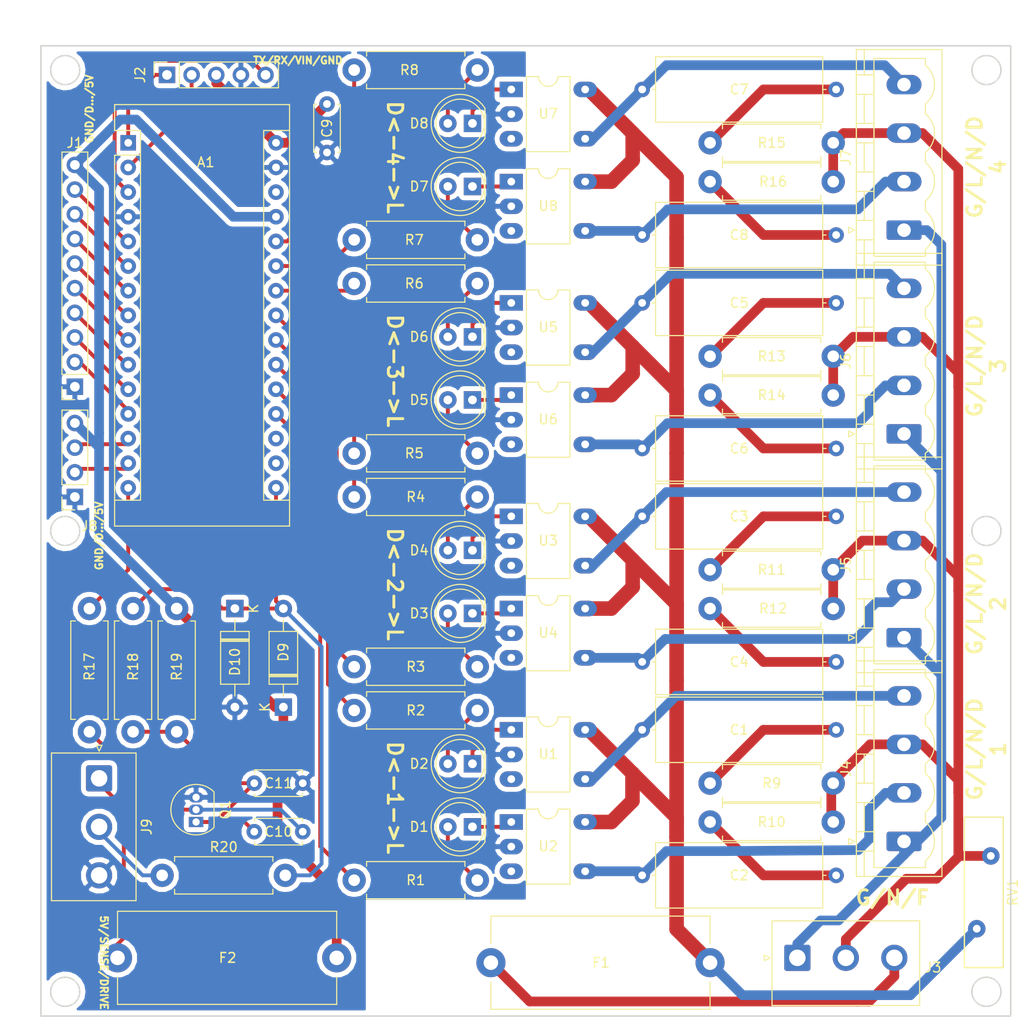
<source format=kicad_pcb>
(kicad_pcb (version 20171130) (host pcbnew 5.0.1)
  (layers (0 F.Cu signal) (31 B.Cu signal) (34 B.Paste user) (35 F.Paste user) (36 B.SilkS user) (37 F.SilkS user) (38 B.Mask user) (39 F.Mask user) (44 Edge.Cuts user))
  (net 0 "")
  (net 1 "Net-(A1-Pad1)")
  (net 2 "Net-(A1-Pad17)")
  (net 3 "Net-(A1-Pad2)")
  (net 4 "Net-(A1-Pad18)")
  (net 5 "Net-(A1-Pad3)")
  (net 6 "Net-(A1-Pad19)")
  (net 7 "Net-(A1-Pad29)")
  (net 8 "Net-(A1-Pad20)")
  (net 9 "Net-(A1-Pad5)")
  (net 10 "Net-(A1-Pad21)")
  (net 11 "Net-(A1-Pad6)")
  (net 12 "Net-(A1-Pad22)")
  (net 13 "Net-(A1-Pad7)")
  (net 14 "Net-(A1-Pad23)")
  (net 15 "Net-(A1-Pad8)")
  (net 16 "Net-(A1-Pad24)")
  (net 17 "Net-(A1-Pad9)")
  (net 18 "Net-(A1-Pad25)")
  (net 19 "Net-(A1-Pad10)")
  (net 20 "Net-(A1-Pad26)")
  (net 21 "Net-(A1-Pad11)")
  (net 22 "Net-(A1-Pad27)")
  (net 23 "Net-(A1-Pad12)")
  (net 24 "Net-(A1-Pad28)")
  (net 25 "Net-(A1-Pad13)")
  (net 26 "Net-(A1-Pad14)")
  (net 27 "Net-(A1-Pad30)")
  (net 28 "Net-(A1-Pad15)")
  (net 29 "Net-(A1-Pad16)")
  (net 30 "Net-(C1-Pad2)")
  (net 31 "Net-(C1-Pad1)")
  (net 32 "Net-(C2-Pad1)")
  (net 33 "Net-(C2-Pad2)")
  (net 34 "Net-(C3-Pad2)")
  (net 35 "Net-(C3-Pad1)")
  (net 36 "Net-(C4-Pad2)")
  (net 37 "Net-(C4-Pad1)")
  (net 38 "Net-(C5-Pad1)")
  (net 39 "Net-(C5-Pad2)")
  (net 40 "Net-(C6-Pad2)")
  (net 41 "Net-(C6-Pad1)")
  (net 42 "Net-(C7-Pad1)")
  (net 43 "Net-(C7-Pad2)")
  (net 44 "Net-(C8-Pad1)")
  (net 45 "Net-(C8-Pad2)")
  (net 46 "Net-(C10-Pad1)")
  (net 47 "Net-(C10-Pad2)")
  (net 48 "Net-(D1-Pad1)")
  (net 49 "Net-(D1-Pad2)")
  (net 50 "Net-(D2-Pad2)")
  (net 51 "Net-(D2-Pad1)")
  (net 52 "Net-(D3-Pad2)")
  (net 53 "Net-(D3-Pad1)")
  (net 54 "Net-(D4-Pad1)")
  (net 55 "Net-(D4-Pad2)")
  (net 56 "Net-(D5-Pad1)")
  (net 57 "Net-(D5-Pad2)")
  (net 58 "Net-(D6-Pad2)")
  (net 59 "Net-(D6-Pad1)")
  (net 60 "Net-(D7-Pad1)")
  (net 61 "Net-(D7-Pad2)")
  (net 62 "Net-(D8-Pad2)")
  (net 63 "Net-(D8-Pad1)")
  (net 64 "Net-(F1-Pad2)")
  (net 65 "Net-(F1-Pad1)")
  (net 66 "Net-(F2-Pad2)")
  (net 67 "Net-(J3-Pad1)")
  (net 68 "Net-(J3-Pad2)")
  (net 69 "Net-(J9-Pad2)")
  (module Connector_Phoenix_MSTB:PhoenixContact_MSTBVA_2,5_4-G_1x04_P5.00mm_Vertical (layer F.Cu) (at 179 74 90)
    (fp_text reference J7 (at 7.5 -6 90) (layer F.SilkS))
    (fp_text value Conn_01x04_Male)
    (pad 4 thru_hole oval (at 15 0 90) (size 2 3.6) (drill 1.4) (layers *.Cu *.Mask) (net 43 "Net-(C7-Pad2)"))
    (pad 3 thru_hole oval (at 10 0 90) (size 2 3.6) (drill 1.4) (layers *.Cu *.Mask) (net 68 "Net-(J3-Pad2)"))
    (pad 2 thru_hole oval (at 5 0 90) (size 2 3.6) (drill 1.4) (layers *.Cu *.Mask) (net 45 "Net-(C8-Pad2)"))
    (pad 1 thru_hole roundrect (at 0 0 90) (size 2 3.6) (drill 1.4) (layers *.Cu *.Mask) (roundrect_rratio 0.125) (net 67 "Net-(J3-Pad1)"))
  )
  (module Connector_Phoenix_MSTB:PhoenixContact_MSTBVA_2,5_4-G_1x04_P5.00mm_Vertical (layer F.Cu) (at 179 95 90)
    (fp_text reference J6 (at 7.5 -6 90) (layer F.SilkS))
    (fp_text value Conn_01x04_Male)
    (pad 1 thru_hole roundrect (at 0 0 90) (size 2 3.6) (drill 1.4) (layers *.Cu *.Mask) (roundrect_rratio 0.125) (net 67 "Net-(J3-Pad1)"))
    (pad 2 thru_hole oval (at 5 0 90) (size 2 3.6) (drill 1.4) (layers *.Cu *.Mask) (net 40 "Net-(C6-Pad2)"))
    (pad 3 thru_hole oval (at 10 0 90) (size 2 3.6) (drill 1.4) (layers *.Cu *.Mask) (net 68 "Net-(J3-Pad2)"))
    (pad 4 thru_hole oval (at 15 0 90) (size 2 3.6) (drill 1.4) (layers *.Cu *.Mask) (net 39 "Net-(C5-Pad2)"))
  )
  (module Connector_Phoenix_MSTB:PhoenixContact_MSTBVA_2,5_4-G_1x04_P5.00mm_Vertical (layer F.Cu) (at 179 116 90)
    (fp_text reference J5 (at 7.5 -6 90) (layer F.SilkS))
    (fp_text value Conn_01x04_Male)
    (pad 4 thru_hole oval (at 15 0 90) (size 2 3.6) (drill 1.4) (layers *.Cu *.Mask) (net 34 "Net-(C3-Pad2)"))
    (pad 3 thru_hole oval (at 10 0 90) (size 2 3.6) (drill 1.4) (layers *.Cu *.Mask) (net 68 "Net-(J3-Pad2)"))
    (pad 2 thru_hole oval (at 5 0 90) (size 2 3.6) (drill 1.4) (layers *.Cu *.Mask) (net 36 "Net-(C4-Pad2)"))
    (pad 1 thru_hole roundrect (at 0 0 90) (size 2 3.6) (drill 1.4) (layers *.Cu *.Mask) (roundrect_rratio 0.125) (net 67 "Net-(J3-Pad1)"))
  )
  (module Connector_Phoenix_MSTB:PhoenixContact_MSTBVA_2,5_4-G_1x04_P5.00mm_Vertical (layer F.Cu) (at 179 137 90)
    (fp_text reference J4 (at 7.5 -6 90) (layer F.SilkS))
    (fp_text value Conn_01x04_Male)
    (pad 1 thru_hole roundrect (at 0 0 90) (size 2 3.6) (drill 1.4) (layers *.Cu *.Mask) (roundrect_rratio 0.125) (net 67 "Net-(J3-Pad1)"))
    (pad 2 thru_hole oval (at 5 0 90) (size 2 3.6) (drill 1.4) (layers *.Cu *.Mask) (net 33 "Net-(C2-Pad2)"))
    (pad 3 thru_hole oval (at 10 0 90) (size 2 3.6) (drill 1.4) (layers *.Cu *.Mask) (net 68 "Net-(J3-Pad2)"))
    (pad 4 thru_hole oval (at 15 0 90) (size 2 3.6) (drill 1.4) (layers *.Cu *.Mask) (net 30 "Net-(C1-Pad2)"))
  )
  (module Connector_PinSocket_2.54mm:PinSocket_1x05_P2.54mm_Vertical (layer F.Cu) (at 103 58 90)
    (fp_text reference J2 (at 0 -2.77 90) (layer F.SilkS))
    (fp_text value Conn_01x05_Female)
    (pad 1 thru_hole rect (at 0 0 90) (size 1.7 1.7) (drill 1) (layers *.Cu *.Mask) (net 1 "Net-(A1-Pad1)"))
    (pad 2 thru_hole oval (at 0 2.54 90) (size 1.7 1.7) (drill 1) (layers *.Cu *.Mask) (net 3 "Net-(A1-Pad2)"))
    (pad 3 thru_hole oval (at 0 5.08 90) (size 1.7 1.7) (drill 1) (layers *.Cu *.Mask) (net 27 "Net-(A1-Pad30)"))
    (pad 4 thru_hole oval (at 0 7.62 90) (size 1.7 1.7) (drill 1) (layers *.Cu *.Mask) (net 7 "Net-(A1-Pad29)"))
    (pad 5 thru_hole oval (at 0 10.16 90) (size 1.7 1.7) (drill 1) (layers *.Cu *.Mask) (net 5 "Net-(A1-Pad3)"))
  )
  (module Capacitor_THT:C_Axial_L17.0mm_D6.5mm_P20.00mm_Horizontal (layer F.Cu) (at 172 125.5 180)
    (fp_text reference C1 (at 10 0 180) (layer F.SilkS))
    (fp_text value C)
    (pad 2 thru_hole oval (at 20 0 180) (size 1.6 1.6) (drill 0.8) (layers *.Cu *.Mask) (net 30 "Net-(C1-Pad2)"))
    (pad 1 thru_hole circle (at 0 0 180) (size 1.6 1.6) (drill 0.8) (layers *.Cu *.Mask) (net 31 "Net-(C1-Pad1)"))
  )
  (module optocupler:DIP-5-6_W7.62mm_LongPads (layer F.Cu) (at 138.5 59.5)
    (fp_text reference U7 (at 3.81 2.5) (layer F.SilkS))
    (fp_text value NSL-32)
    (pad 1 thru_hole rect (at 0 0) (size 2.4 1.6) (drill 0.8) (layers *.Cu *.Mask) (net 63 "Net-(D8-Pad1)"))
    (pad 4 thru_hole oval (at 7.62 5.08) (size 2.4 1.6) (drill 0.8) (layers *.Cu *.Mask) (net 43 "Net-(C7-Pad2)"))
    (pad 2 thru_hole oval (at 0 2.54) (size 2.4 1.6) (drill 0.8) (layers *.Cu *.Mask) (net 7 "Net-(A1-Pad29)"))
    (pad 5 thru_hole oval (at 0 5.08) (size 2.4 1.6) (drill 0.8) (layers *.Cu *.Mask))
    (pad 3 thru_hole oval (at 7.62 0) (size 2.4 1.6) (drill 0.8) (layers *.Cu *.Mask) (net 65 "Net-(F1-Pad1)"))
  )
  (module Resistor_THT:R_Axial_DIN0411_L9.9mm_D3.6mm_P12.70mm_Horizontal (layer F.Cu) (at 171.7 113 180)
    (fp_text reference R12 (at 6.2 0 180) (layer F.SilkS))
    (fp_text value R)
    (pad 2 thru_hole oval (at 12.7 0 180) (size 2.4 2.4) (drill 1.2) (layers *.Cu *.Mask) (net 37 "Net-(C4-Pad1)"))
    (pad 1 thru_hole circle (at 0 0 180) (size 2.4 2.4) (drill 1.2) (layers *.Cu *.Mask) (net 68 "Net-(J3-Pad2)"))
  )
  (module Resistor_THT:R_Axial_DIN0411_L9.9mm_D3.6mm_P12.70mm_Horizontal (layer F.Cu) (at 171.7 87 180)
    (fp_text reference R13 (at 6.35 0 180) (layer F.SilkS))
    (fp_text value R)
    (pad 2 thru_hole oval (at 12.7 0 180) (size 2.4 2.4) (drill 1.2) (layers *.Cu *.Mask) (net 38 "Net-(C5-Pad1)"))
    (pad 1 thru_hole circle (at 0 0 180) (size 2.4 2.4) (drill 1.2) (layers *.Cu *.Mask) (net 68 "Net-(J3-Pad2)"))
  )
  (module Resistor_THT:R_Axial_DIN0411_L9.9mm_D3.6mm_P12.70mm_Horizontal (layer F.Cu) (at 171.7 91 180)
    (fp_text reference R14 (at 6.35 0 180) (layer F.SilkS))
    (fp_text value R)
    (pad 1 thru_hole circle (at 0 0 180) (size 2.4 2.4) (drill 1.2) (layers *.Cu *.Mask) (net 68 "Net-(J3-Pad2)"))
    (pad 2 thru_hole oval (at 12.7 0 180) (size 2.4 2.4) (drill 1.2) (layers *.Cu *.Mask) (net 41 "Net-(C6-Pad1)"))
  )
  (module Resistor_THT:R_Axial_DIN0411_L9.9mm_D3.6mm_P12.70mm_Horizontal (layer F.Cu) (at 171.7 65 180)
    (fp_text reference R15 (at 6.35 0 180) (layer F.SilkS))
    (fp_text value R)
    (pad 2 thru_hole oval (at 12.7 0 180) (size 2.4 2.4) (drill 1.2) (layers *.Cu *.Mask) (net 42 "Net-(C7-Pad1)"))
    (pad 1 thru_hole circle (at 0 0 180) (size 2.4 2.4) (drill 1.2) (layers *.Cu *.Mask) (net 68 "Net-(J3-Pad2)"))
  )
  (module Resistor_THT:R_Axial_DIN0411_L9.9mm_D3.6mm_P12.70mm_Horizontal (layer F.Cu) (at 171.7 69 180)
    (fp_text reference R16 (at 6.2 0 180) (layer F.SilkS))
    (fp_text value R)
    (pad 1 thru_hole circle (at 0 0 180) (size 2.4 2.4) (drill 1.2) (layers *.Cu *.Mask) (net 68 "Net-(J3-Pad2)"))
    (pad 2 thru_hole oval (at 12.7 0 180) (size 2.4 2.4) (drill 1.2) (layers *.Cu *.Mask) (net 44 "Net-(C8-Pad1)"))
  )
  (module Varistor:RV_Disc_D15.5mm_W4mm_P7.5mm (layer F.Cu) (at 186.5 146 90)
    (fp_text reference RV1 (at 3.75 3.725 90) (layer F.SilkS))
    (fp_text value Varistor)
    (pad 1 thru_hole circle (at 0 0 90) (size 1.8 1.8) (drill 0.8) (layers *.Cu *.Mask) (net 65 "Net-(F1-Pad1)"))
    (pad 2 thru_hole circle (at 7.5 1.45 90) (size 1.8 1.8) (drill 0.8) (layers *.Cu *.Mask) (net 68 "Net-(J3-Pad2)"))
  )
  (module Capacitor_THT:C_Axial_L17.0mm_D6.5mm_P20.00mm_Horizontal (layer F.Cu) (at 172 103.5 180)
    (fp_text reference C3 (at 10 0 180) (layer F.SilkS))
    (fp_text value C)
    (pad 2 thru_hole oval (at 20 0 180) (size 1.6 1.6) (drill 0.8) (layers *.Cu *.Mask) (net 34 "Net-(C3-Pad2)"))
    (pad 1 thru_hole circle (at 0 0 180) (size 1.6 1.6) (drill 0.8) (layers *.Cu *.Mask) (net 35 "Net-(C3-Pad1)"))
  )
  (module Capacitor_THT:C_Axial_L17.0mm_D6.5mm_P20.00mm_Horizontal (layer F.Cu) (at 172 81.5 180)
    (fp_text reference C5 (at 10 0 180) (layer F.SilkS))
    (fp_text value C)
    (pad 1 thru_hole circle (at 0 0 180) (size 1.6 1.6) (drill 0.8) (layers *.Cu *.Mask) (net 38 "Net-(C5-Pad1)"))
    (pad 2 thru_hole oval (at 20 0 180) (size 1.6 1.6) (drill 0.8) (layers *.Cu *.Mask) (net 39 "Net-(C5-Pad2)"))
  )
  (module Capacitor_THT:C_Axial_L17.0mm_D6.5mm_P20.00mm_Horizontal (layer F.Cu) (at 172 59.5 180)
    (fp_text reference C7 (at 10 0 180) (layer F.SilkS))
    (fp_text value C)
    (pad 1 thru_hole circle (at 0 0 180) (size 1.6 1.6) (drill 0.8) (layers *.Cu *.Mask) (net 42 "Net-(C7-Pad1)"))
    (pad 2 thru_hole oval (at 20 0 180) (size 1.6 1.6) (drill 0.8) (layers *.Cu *.Mask) (net 43 "Net-(C7-Pad2)"))
  )
  (module Connector_JST:JST_NV_B03P-NV_1x03_P5.00mm_Vertical (layer F.Cu) (at 168 149)
    (fp_text reference J3 (at 14 1) (layer F.SilkS))
    (fp_text value Conn_01x03_Female)
    (pad 1 thru_hole roundrect (at 0 0) (size 2.7 2.7) (drill 1.7) (layers *.Cu *.Mask) (roundrect_rratio 0.09259299999999999) (net 67 "Net-(J3-Pad1)"))
    (pad 2 thru_hole circle (at 5 0) (size 2.7 2.7) (drill 1.7) (layers *.Cu *.Mask) (net 68 "Net-(J3-Pad2)"))
    (pad 3 thru_hole circle (at 10 0) (size 2.7 2.7) (drill 1.7) (layers *.Cu *.Mask) (net 64 "Net-(F1-Pad2)"))
  )
  (module Capacitor_THT:C_Axial_L17.0mm_D6.5mm_P20.00mm_Horizontal (layer F.Cu) (at 172 96.5 180)
    (fp_text reference C6 (at 10 0 180) (layer F.SilkS))
    (fp_text value C)
    (pad 2 thru_hole oval (at 20 0 180) (size 1.6 1.6) (drill 0.8) (layers *.Cu *.Mask) (net 40 "Net-(C6-Pad2)"))
    (pad 1 thru_hole circle (at 0 0 180) (size 1.6 1.6) (drill 0.8) (layers *.Cu *.Mask) (net 41 "Net-(C6-Pad1)"))
  )
  (module Capacitor_THT:C_Axial_L17.0mm_D6.5mm_P20.00mm_Horizontal (layer F.Cu) (at 172 74.5 180)
    (fp_text reference C8 (at 10 0 180) (layer F.SilkS))
    (fp_text value C)
    (pad 1 thru_hole circle (at 0 0 180) (size 1.6 1.6) (drill 0.8) (layers *.Cu *.Mask) (net 44 "Net-(C8-Pad1)"))
    (pad 2 thru_hole oval (at 20 0 180) (size 1.6 1.6) (drill 0.8) (layers *.Cu *.Mask) (net 45 "Net-(C8-Pad2)"))
  )
  (module Capacitor_THT:C_Axial_L17.0mm_D6.5mm_P20.00mm_Horizontal (layer F.Cu) (at 172 118.5 180)
    (fp_text reference C4 (at 10 0 180) (layer F.SilkS))
    (fp_text value C)
    (pad 2 thru_hole oval (at 20 0 180) (size 1.6 1.6) (drill 0.8) (layers *.Cu *.Mask) (net 36 "Net-(C4-Pad2)"))
    (pad 1 thru_hole circle (at 0 0 180) (size 1.6 1.6) (drill 0.8) (layers *.Cu *.Mask) (net 37 "Net-(C4-Pad1)"))
  )
  (module Capacitor_THT:C_Axial_L17.0mm_D6.5mm_P20.00mm_Horizontal (layer F.Cu) (at 172 140.5 180)
    (fp_text reference C2 (at 10 0 180) (layer F.SilkS))
    (fp_text value C)
    (pad 1 thru_hole circle (at 0 0 180) (size 1.6 1.6) (drill 0.8) (layers *.Cu *.Mask) (net 32 "Net-(C2-Pad1)"))
    (pad 2 thru_hole oval (at 20 0 180) (size 1.6 1.6) (drill 0.8) (layers *.Cu *.Mask) (net 33 "Net-(C2-Pad2)"))
  )
  (module Resistor_THT:R_Axial_DIN0411_L9.9mm_D3.6mm_P12.70mm_Horizontal (layer F.Cu) (at 171.7 131 180)
    (fp_text reference R9 (at 6.35 0 180) (layer F.SilkS))
    (fp_text value R)
    (pad 1 thru_hole circle (at 0 0 180) (size 2.4 2.4) (drill 1.2) (layers *.Cu *.Mask) (net 68 "Net-(J3-Pad2)"))
    (pad 2 thru_hole oval (at 12.7 0 180) (size 2.4 2.4) (drill 1.2) (layers *.Cu *.Mask) (net 31 "Net-(C1-Pad1)"))
  )
  (module Resistor_THT:R_Axial_DIN0411_L9.9mm_D3.6mm_P12.70mm_Horizontal (layer F.Cu) (at 171.7 135 180)
    (fp_text reference R10 (at 6.35 0 180) (layer F.SilkS))
    (fp_text value R)
    (pad 1 thru_hole circle (at 0 0 180) (size 2.4 2.4) (drill 1.2) (layers *.Cu *.Mask) (net 68 "Net-(J3-Pad2)"))
    (pad 2 thru_hole oval (at 12.7 0 180) (size 2.4 2.4) (drill 1.2) (layers *.Cu *.Mask) (net 32 "Net-(C2-Pad1)"))
  )
  (module Resistor_THT:R_Axial_DIN0411_L9.9mm_D3.6mm_P12.70mm_Horizontal (layer F.Cu) (at 171.7 109 180)
    (fp_text reference R11 (at 6.35 0 180) (layer F.SilkS))
    (fp_text value R)
    (pad 1 thru_hole circle (at 0 0 180) (size 2.4 2.4) (drill 1.2) (layers *.Cu *.Mask) (net 68 "Net-(J3-Pad2)"))
    (pad 2 thru_hole oval (at 12.7 0 180) (size 2.4 2.4) (drill 1.2) (layers *.Cu *.Mask) (net 35 "Net-(C3-Pad1)"))
  )
  (module Connector_PinSocket_2.54mm:PinSocket_1x04_P2.54mm_Vertical (layer F.Cu) (at 93.5 101.5 180)
    (fp_text reference J8 (at -1.5 -3 180) (layer F.SilkS))
    (fp_text value Conn_01x04_Female)
    (pad 1 thru_hole rect (at 0 0 180) (size 1.7 1.7) (drill 1) (layers *.Cu *.Mask) (net 7 "Net-(A1-Pad29)"))
    (pad 2 thru_hole oval (at 0 2.54 180) (size 1.7 1.7) (drill 1) (layers *.Cu *.Mask) (net 26 "Net-(A1-Pad14)"))
    (pad 3 thru_hole oval (at 0 5.08 180) (size 1.7 1.7) (drill 1) (layers *.Cu *.Mask) (net 25 "Net-(A1-Pad13)"))
    (pad 4 thru_hole oval (at 0 7.62 180) (size 1.7 1.7) (drill 1) (layers *.Cu *.Mask) (net 22 "Net-(A1-Pad27)"))
  )
  (module Connector_PinSocket_2.54mm:PinSocket_1x10_P2.54mm_Vertical (layer F.Cu) (at 93.5 90.14 180)
    (fp_text reference J1 (at 0 25.14 180) (layer F.SilkS))
    (fp_text value Conn_01x10_Female)
    (pad 1 thru_hole rect (at 0 0 180) (size 1.7 1.7) (drill 1) (layers *.Cu *.Mask) (net 7 "Net-(A1-Pad29)"))
    (pad 2 thru_hole oval (at 0 2.54 180) (size 1.7 1.7) (drill 1) (layers *.Cu *.Mask) (net 23 "Net-(A1-Pad12)"))
    (pad 3 thru_hole oval (at 0 5.08 180) (size 1.7 1.7) (drill 1) (layers *.Cu *.Mask) (net 21 "Net-(A1-Pad11)"))
    (pad 4 thru_hole oval (at 0 7.62 180) (size 1.7 1.7) (drill 1) (layers *.Cu *.Mask) (net 19 "Net-(A1-Pad10)"))
    (pad 5 thru_hole oval (at 0 10.16 180) (size 1.7 1.7) (drill 1) (layers *.Cu *.Mask) (net 17 "Net-(A1-Pad9)"))
    (pad 6 thru_hole oval (at 0 12.7 180) (size 1.7 1.7) (drill 1) (layers *.Cu *.Mask) (net 15 "Net-(A1-Pad8)"))
    (pad 7 thru_hole oval (at 0 15.24 180) (size 1.7 1.7) (drill 1) (layers *.Cu *.Mask) (net 13 "Net-(A1-Pad7)"))
    (pad 8 thru_hole oval (at 0 17.78 180) (size 1.7 1.7) (drill 1) (layers *.Cu *.Mask) (net 11 "Net-(A1-Pad6)"))
    (pad 9 thru_hole oval (at 0 20.32 180) (size 1.7 1.7) (drill 1) (layers *.Cu *.Mask) (net 9 "Net-(A1-Pad5)"))
    (pad 10 thru_hole oval (at 0 22.86 180) (size 1.7 1.7) (drill 1) (layers *.Cu *.Mask) (net 22 "Net-(A1-Pad27)"))
  )
  (module Resistor_THT:R_Axial_DIN0411_L9.9mm_D3.6mm_P12.70mm_Horizontal (layer F.Cu) (at 102.5 140.5)
    (fp_text reference R20 (at 6.35 -2.92) (layer F.SilkS))
    (fp_text value R)
    (pad 1 thru_hole circle (at 0 0) (size 2.4 2.4) (drill 1.2) (layers *.Cu *.Mask) (net 69 "Net-(J9-Pad2)"))
    (pad 2 thru_hole oval (at 12.7 0) (size 2.4 2.4) (drill 1.2) (layers *.Cu *.Mask) (net 29 "Net-(A1-Pad16)"))
  )
  (module Module:Arduino_Nano (layer F.Cu) (at 99 65)
    (fp_text reference A1 (at 8 2) (layer F.SilkS))
    (fp_text value Arduino_Nano_v3.x)
    (pad 1 thru_hole rect (at 0 0) (size 1.6 1.6) (drill 0.8) (layers *.Cu *.Mask) (net 1 "Net-(A1-Pad1)"))
    (pad 17 thru_hole oval (at 15.24 33.02) (size 1.6 1.6) (drill 0.8) (layers *.Cu *.Mask) (net 2 "Net-(A1-Pad17)"))
    (pad 2 thru_hole oval (at 0 2.54) (size 1.6 1.6) (drill 0.8) (layers *.Cu *.Mask) (net 3 "Net-(A1-Pad2)"))
    (pad 18 thru_hole oval (at 15.24 30.48) (size 1.6 1.6) (drill 0.8) (layers *.Cu *.Mask) (net 4 "Net-(A1-Pad18)"))
    (pad 3 thru_hole oval (at 0 5.08) (size 1.6 1.6) (drill 0.8) (layers *.Cu *.Mask) (net 5 "Net-(A1-Pad3)"))
    (pad 19 thru_hole oval (at 15.24 27.94) (size 1.6 1.6) (drill 0.8) (layers *.Cu *.Mask) (net 6 "Net-(A1-Pad19)"))
    (pad 4 thru_hole oval (at 0 7.62) (size 1.6 1.6) (drill 0.8) (layers *.Cu *.Mask) (net 7 "Net-(A1-Pad29)"))
    (pad 20 thru_hole oval (at 15.24 25.4) (size 1.6 1.6) (drill 0.8) (layers *.Cu *.Mask) (net 8 "Net-(A1-Pad20)"))
    (pad 5 thru_hole oval (at 0 10.16) (size 1.6 1.6) (drill 0.8) (layers *.Cu *.Mask) (net 9 "Net-(A1-Pad5)"))
    (pad 21 thru_hole oval (at 15.24 22.86) (size 1.6 1.6) (drill 0.8) (layers *.Cu *.Mask) (net 10 "Net-(A1-Pad21)"))
    (pad 6 thru_hole oval (at 0 12.7) (size 1.6 1.6) (drill 0.8) (layers *.Cu *.Mask) (net 11 "Net-(A1-Pad6)"))
    (pad 22 thru_hole oval (at 15.24 20.32) (size 1.6 1.6) (drill 0.8) (layers *.Cu *.Mask) (net 12 "Net-(A1-Pad22)"))
    (pad 7 thru_hole oval (at 0 15.24) (size 1.6 1.6) (drill 0.8) (layers *.Cu *.Mask) (net 13 "Net-(A1-Pad7)"))
    (pad 23 thru_hole oval (at 15.24 17.78) (size 1.6 1.6) (drill 0.8) (layers *.Cu *.Mask) (net 14 "Net-(A1-Pad23)"))
    (pad 8 thru_hole oval (at 0 17.78) (size 1.6 1.6) (drill 0.8) (layers *.Cu *.Mask) (net 15 "Net-(A1-Pad8)"))
    (pad 24 thru_hole oval (at 15.24 15.24) (size 1.6 1.6) (drill 0.8) (layers *.Cu *.Mask) (net 16 "Net-(A1-Pad24)"))
    (pad 9 thru_hole oval (at 0 20.32) (size 1.6 1.6) (drill 0.8) (layers *.Cu *.Mask) (net 17 "Net-(A1-Pad9)"))
    (pad 25 thru_hole oval (at 15.24 12.7) (size 1.6 1.6) (drill 0.8) (layers *.Cu *.Mask) (net 18 "Net-(A1-Pad25)"))
    (pad 10 thru_hole oval (at 0 22.86) (size 1.6 1.6) (drill 0.8) (layers *.Cu *.Mask) (net 19 "Net-(A1-Pad10)"))
    (pad 26 thru_hole oval (at 15.24 10.16) (size 1.6 1.6) (drill 0.8) (layers *.Cu *.Mask) (net 20 "Net-(A1-Pad26)"))
    (pad 11 thru_hole oval (at 0 25.4) (size 1.6 1.6) (drill 0.8) (layers *.Cu *.Mask) (net 21 "Net-(A1-Pad11)"))
    (pad 27 thru_hole oval (at 15.24 7.62) (size 1.6 1.6) (drill 0.8) (layers *.Cu *.Mask) (net 22 "Net-(A1-Pad27)"))
    (pad 12 thru_hole oval (at 0 27.94) (size 1.6 1.6) (drill 0.8) (layers *.Cu *.Mask) (net 23 "Net-(A1-Pad12)"))
    (pad 28 thru_hole oval (at 15.24 5.08) (size 1.6 1.6) (drill 0.8) (layers *.Cu *.Mask) (net 24 "Net-(A1-Pad28)"))
    (pad 13 thru_hole oval (at 0 30.48) (size 1.6 1.6) (drill 0.8) (layers *.Cu *.Mask) (net 25 "Net-(A1-Pad13)"))
    (pad 29 thru_hole oval (at 15.24 2.54) (size 1.6 1.6) (drill 0.8) (layers *.Cu *.Mask) (net 7 "Net-(A1-Pad29)"))
    (pad 14 thru_hole oval (at 0 33.02) (size 1.6 1.6) (drill 0.8) (layers *.Cu *.Mask) (net 26 "Net-(A1-Pad14)"))
    (pad 30 thru_hole oval (at 15.24 0) (size 1.6 1.6) (drill 0.8) (layers *.Cu *.Mask) (net 27 "Net-(A1-Pad30)"))
    (pad 15 thru_hole oval (at 0 35.56) (size 1.6 1.6) (drill 0.8) (layers *.Cu *.Mask) (net 28 "Net-(A1-Pad15)"))
    (pad 16 thru_hole oval (at 15.24 35.56) (size 1.6 1.6) (drill 0.8) (layers *.Cu *.Mask) (net 29 "Net-(A1-Pad16)"))
  )
  (module optocupler:DIP-5-6_W7.62mm_LongPads (layer F.Cu) (at 138.5 125.5)
    (fp_text reference U1 (at 3.81 2.5) (layer F.SilkS))
    (fp_text value NSL-32)
    (pad 1 thru_hole rect (at 0 0) (size 2.4 1.6) (drill 0.8) (layers *.Cu *.Mask) (net 51 "Net-(D2-Pad1)"))
    (pad 4 thru_hole oval (at 7.62 5.08) (size 2.4 1.6) (drill 0.8) (layers *.Cu *.Mask) (net 30 "Net-(C1-Pad2)"))
    (pad 2 thru_hole oval (at 0 2.54) (size 2.4 1.6) (drill 0.8) (layers *.Cu *.Mask) (net 7 "Net-(A1-Pad29)"))
    (pad 5 thru_hole oval (at 0 5.08) (size 2.4 1.6) (drill 0.8) (layers *.Cu *.Mask))
    (pad 3 thru_hole oval (at 7.62 0) (size 2.4 1.6) (drill 0.8) (layers *.Cu *.Mask) (net 65 "Net-(F1-Pad1)"))
  )
  (module optocupler:DIP-5-6_W7.62mm_LongPads (layer F.Cu) (at 138.5 135)
    (fp_text reference U2 (at 3.81 2.5) (layer F.SilkS))
    (fp_text value NSL-32)
    (pad 1 thru_hole rect (at 0 0) (size 2.4 1.6) (drill 0.8) (layers *.Cu *.Mask) (net 48 "Net-(D1-Pad1)"))
    (pad 4 thru_hole oval (at 7.62 5.08) (size 2.4 1.6) (drill 0.8) (layers *.Cu *.Mask) (net 33 "Net-(C2-Pad2)"))
    (pad 2 thru_hole oval (at 0 2.54) (size 2.4 1.6) (drill 0.8) (layers *.Cu *.Mask) (net 7 "Net-(A1-Pad29)"))
    (pad 5 thru_hole oval (at 0 5.08) (size 2.4 1.6) (drill 0.8) (layers *.Cu *.Mask))
    (pad 3 thru_hole oval (at 7.62 0) (size 2.4 1.6) (drill 0.8) (layers *.Cu *.Mask) (net 65 "Net-(F1-Pad1)"))
  )
  (module optocupler:DIP-5-6_W7.62mm_LongPads (layer F.Cu) (at 138.5 103.5)
    (fp_text reference U3 (at 3.81 2.5) (layer F.SilkS))
    (fp_text value NSL-32)
    (pad 1 thru_hole rect (at 0 0) (size 2.4 1.6) (drill 0.8) (layers *.Cu *.Mask) (net 54 "Net-(D4-Pad1)"))
    (pad 4 thru_hole oval (at 7.62 5.08) (size 2.4 1.6) (drill 0.8) (layers *.Cu *.Mask) (net 34 "Net-(C3-Pad2)"))
    (pad 2 thru_hole oval (at 0 2.54) (size 2.4 1.6) (drill 0.8) (layers *.Cu *.Mask) (net 7 "Net-(A1-Pad29)"))
    (pad 5 thru_hole oval (at 0 5.08) (size 2.4 1.6) (drill 0.8) (layers *.Cu *.Mask))
    (pad 3 thru_hole oval (at 7.62 0) (size 2.4 1.6) (drill 0.8) (layers *.Cu *.Mask) (net 65 "Net-(F1-Pad1)"))
  )
  (module optocupler:DIP-5-6_W7.62mm_LongPads (layer F.Cu) (at 138.5 113)
    (fp_text reference U4 (at 3.81 2.5) (layer F.SilkS))
    (fp_text value NSL-32)
    (pad 1 thru_hole rect (at 0 0) (size 2.4 1.6) (drill 0.8) (layers *.Cu *.Mask) (net 53 "Net-(D3-Pad1)"))
    (pad 4 thru_hole oval (at 7.62 5.08) (size 2.4 1.6) (drill 0.8) (layers *.Cu *.Mask) (net 36 "Net-(C4-Pad2)"))
    (pad 2 thru_hole oval (at 0 2.54) (size 2.4 1.6) (drill 0.8) (layers *.Cu *.Mask) (net 7 "Net-(A1-Pad29)"))
    (pad 5 thru_hole oval (at 0 5.08) (size 2.4 1.6) (drill 0.8) (layers *.Cu *.Mask))
    (pad 3 thru_hole oval (at 7.62 0) (size 2.4 1.6) (drill 0.8) (layers *.Cu *.Mask) (net 65 "Net-(F1-Pad1)"))
  )
  (module optocupler:DIP-5-6_W7.62mm_LongPads (layer F.Cu) (at 138.5 81.5)
    (fp_text reference U5 (at 3.81 2.5) (layer F.SilkS))
    (fp_text value NSL-32)
    (pad 1 thru_hole rect (at 0 0) (size 2.4 1.6) (drill 0.8) (layers *.Cu *.Mask) (net 59 "Net-(D6-Pad1)"))
    (pad 4 thru_hole oval (at 7.62 5.08) (size 2.4 1.6) (drill 0.8) (layers *.Cu *.Mask) (net 39 "Net-(C5-Pad2)"))
    (pad 2 thru_hole oval (at 0 2.54) (size 2.4 1.6) (drill 0.8) (layers *.Cu *.Mask) (net 7 "Net-(A1-Pad29)"))
    (pad 5 thru_hole oval (at 0 5.08) (size 2.4 1.6) (drill 0.8) (layers *.Cu *.Mask))
    (pad 3 thru_hole oval (at 7.62 0) (size 2.4 1.6) (drill 0.8) (layers *.Cu *.Mask) (net 65 "Net-(F1-Pad1)"))
  )
  (module optocupler:DIP-5-6_W7.62mm_LongPads (layer F.Cu) (at 138.5 91)
    (fp_text reference U6 (at 3.81 2.5) (layer F.SilkS))
    (fp_text value NSL-32)
    (pad 1 thru_hole rect (at 0 0) (size 2.4 1.6) (drill 0.8) (layers *.Cu *.Mask) (net 56 "Net-(D5-Pad1)"))
    (pad 4 thru_hole oval (at 7.62 5.08) (size 2.4 1.6) (drill 0.8) (layers *.Cu *.Mask) (net 40 "Net-(C6-Pad2)"))
    (pad 2 thru_hole oval (at 0 2.54) (size 2.4 1.6) (drill 0.8) (layers *.Cu *.Mask) (net 7 "Net-(A1-Pad29)"))
    (pad 5 thru_hole oval (at 0 5.08) (size 2.4 1.6) (drill 0.8) (layers *.Cu *.Mask))
    (pad 3 thru_hole oval (at 7.62 0) (size 2.4 1.6) (drill 0.8) (layers *.Cu *.Mask) (net 65 "Net-(F1-Pad1)"))
  )
  (module optocupler:DIP-5-6_W7.62mm_LongPads (layer F.Cu) (at 138.5 69)
    (fp_text reference U8 (at 3.81 2.5) (layer F.SilkS))
    (fp_text value NSL-32)
    (pad 1 thru_hole rect (at 0 0) (size 2.4 1.6) (drill 0.8) (layers *.Cu *.Mask) (net 60 "Net-(D7-Pad1)"))
    (pad 4 thru_hole oval (at 7.62 5.08) (size 2.4 1.6) (drill 0.8) (layers *.Cu *.Mask) (net 45 "Net-(C8-Pad2)"))
    (pad 2 thru_hole oval (at 0 2.54) (size 2.4 1.6) (drill 0.8) (layers *.Cu *.Mask) (net 7 "Net-(A1-Pad29)"))
    (pad 5 thru_hole oval (at 0 5.08) (size 2.4 1.6) (drill 0.8) (layers *.Cu *.Mask))
    (pad 3 thru_hole oval (at 7.62 0) (size 2.4 1.6) (drill 0.8) (layers *.Cu *.Mask) (net 65 "Net-(F1-Pad1)"))
  )
  (module Capacitor_THT:C_Disc_D4.7mm_W2.5mm_P5.00mm (layer F.Cu) (at 119.5 66 90)
    (fp_text reference C9 (at 2.5 0 90) (layer F.SilkS))
    (fp_text value C)
    (pad 1 thru_hole circle (at 0 0 90) (size 1.6 1.6) (drill 0.8) (layers *.Cu *.Mask) (net 7 "Net-(A1-Pad29)"))
    (pad 2 thru_hole circle (at 5 0 90) (size 1.6 1.6) (drill 0.8) (layers *.Cu *.Mask) (net 27 "Net-(A1-Pad30)"))
  )
  (module Capacitor_THT:C_Disc_D4.7mm_W2.5mm_P5.00mm (layer F.Cu) (at 112 136)
    (fp_text reference C10 (at 2.5 0) (layer F.SilkS))
    (fp_text value C)
    (pad 1 thru_hole circle (at 0 0) (size 1.6 1.6) (drill 0.8) (layers *.Cu *.Mask) (net 46 "Net-(C10-Pad1)"))
    (pad 2 thru_hole circle (at 5 0) (size 1.6 1.6) (drill 0.8) (layers *.Cu *.Mask) (net 47 "Net-(C10-Pad2)"))
  )
  (module Capacitor_THT:C_Disc_D4.7mm_W2.5mm_P5.00mm (layer F.Cu) (at 112 131)
    (fp_text reference C11 (at 2.5 0) (layer F.SilkS))
    (fp_text value C)
    (pad 2 thru_hole circle (at 5 0) (size 1.6 1.6) (drill 0.8) (layers *.Cu *.Mask) (net 7 "Net-(A1-Pad29)"))
    (pad 1 thru_hole circle (at 0 0) (size 1.6 1.6) (drill 0.8) (layers *.Cu *.Mask) (net 46 "Net-(C10-Pad1)"))
  )
  (module LED_THT:LED_D5.0mm (layer F.Cu) (at 134.5 135.5 180)
    (fp_text reference D1 (at 5.5 0 180) (layer F.SilkS))
    (fp_text value LED)
    (pad 1 thru_hole rect (at 0 0 180) (size 1.8 1.8) (drill 0.9) (layers *.Cu *.Mask) (net 48 "Net-(D1-Pad1)"))
    (pad 2 thru_hole circle (at 2.54 0 180) (size 1.8 1.8) (drill 0.9) (layers *.Cu *.Mask) (net 49 "Net-(D1-Pad2)"))
  )
  (module LED_THT:LED_D5.0mm (layer F.Cu) (at 134.5 129 180)
    (fp_text reference D2 (at 5.5 0 180) (layer F.SilkS))
    (fp_text value LED)
    (pad 2 thru_hole circle (at 2.54 0 180) (size 1.8 1.8) (drill 0.9) (layers *.Cu *.Mask) (net 50 "Net-(D2-Pad2)"))
    (pad 1 thru_hole rect (at 0 0 180) (size 1.8 1.8) (drill 0.9) (layers *.Cu *.Mask) (net 51 "Net-(D2-Pad1)"))
  )
  (module LED_THT:LED_D5.0mm (layer F.Cu) (at 134.5 113.5 180)
    (fp_text reference D3 (at 5.5 0 180) (layer F.SilkS))
    (fp_text value LED)
    (pad 2 thru_hole circle (at 2.54 0 180) (size 1.8 1.8) (drill 0.9) (layers *.Cu *.Mask) (net 52 "Net-(D3-Pad2)"))
    (pad 1 thru_hole rect (at 0 0 180) (size 1.8 1.8) (drill 0.9) (layers *.Cu *.Mask) (net 53 "Net-(D3-Pad1)"))
  )
  (module LED_THT:LED_D5.0mm (layer F.Cu) (at 134.5 107 180)
    (fp_text reference D4 (at 5.5 0 180) (layer F.SilkS))
    (fp_text value LED)
    (pad 1 thru_hole rect (at 0 0 180) (size 1.8 1.8) (drill 0.9) (layers *.Cu *.Mask) (net 54 "Net-(D4-Pad1)"))
    (pad 2 thru_hole circle (at 2.54 0 180) (size 1.8 1.8) (drill 0.9) (layers *.Cu *.Mask) (net 55 "Net-(D4-Pad2)"))
  )
  (module LED_THT:LED_D5.0mm (layer F.Cu) (at 134.5 91.5 180)
    (fp_text reference D5 (at 5.5 0 180) (layer F.SilkS))
    (fp_text value LED)
    (pad 1 thru_hole rect (at 0 0 180) (size 1.8 1.8) (drill 0.9) (layers *.Cu *.Mask) (net 56 "Net-(D5-Pad1)"))
    (pad 2 thru_hole circle (at 2.54 0 180) (size 1.8 1.8) (drill 0.9) (layers *.Cu *.Mask) (net 57 "Net-(D5-Pad2)"))
  )
  (module LED_THT:LED_D5.0mm (layer F.Cu) (at 134.5 85 180)
    (fp_text reference D6 (at 5.5 0 180) (layer F.SilkS))
    (fp_text value LED)
    (pad 2 thru_hole circle (at 2.54 0 180) (size 1.8 1.8) (drill 0.9) (layers *.Cu *.Mask) (net 58 "Net-(D6-Pad2)"))
    (pad 1 thru_hole rect (at 0 0 180) (size 1.8 1.8) (drill 0.9) (layers *.Cu *.Mask) (net 59 "Net-(D6-Pad1)"))
  )
  (module LED_THT:LED_D5.0mm (layer F.Cu) (at 134.5 69.5 180)
    (fp_text reference D7 (at 5.5 0 180) (layer F.SilkS))
    (fp_text value LED)
    (pad 1 thru_hole rect (at 0 0 180) (size 1.8 1.8) (drill 0.9) (layers *.Cu *.Mask) (net 60 "Net-(D7-Pad1)"))
    (pad 2 thru_hole circle (at 2.54 0 180) (size 1.8 1.8) (drill 0.9) (layers *.Cu *.Mask) (net 61 "Net-(D7-Pad2)"))
  )
  (module LED_THT:LED_D5.0mm (layer F.Cu) (at 134.5 63 180)
    (fp_text reference D8 (at 5.5 0 180) (layer F.SilkS))
    (fp_text value LED)
    (pad 2 thru_hole circle (at 2.54 0 180) (size 1.8 1.8) (drill 0.9) (layers *.Cu *.Mask) (net 62 "Net-(D8-Pad2)"))
    (pad 1 thru_hole rect (at 0 0 180) (size 1.8 1.8) (drill 0.9) (layers *.Cu *.Mask) (net 63 "Net-(D8-Pad1)"))
  )
  (module Diode_THT:D_A-405_P10.16mm_Horizontal (layer F.Cu) (at 115 123.16 90)
    (fp_text reference D9 (at 5.66 0 90) (layer F.SilkS))
    (fp_text value D_Shockley)
    (fp_text user K (at 0 -1.9 90) (layer F.SilkS))
    (pad 1 thru_hole rect (at 0 0 90) (size 1.8 1.8) (drill 0.9) (layers *.Cu *.Mask) (net 22 "Net-(A1-Pad27)"))
    (pad 2 thru_hole oval (at 10.16 0 90) (size 1.8 1.8) (drill 0.9) (layers *.Cu *.Mask) (net 29 "Net-(A1-Pad16)"))
  )
  (module Diode_THT:D_A-405_P10.16mm_Horizontal (layer F.Cu) (at 110 113 270)
    (fp_text reference D10 (at 5.5 0 270) (layer F.SilkS))
    (fp_text value D_Shockley)
    (fp_text user K (at 0 -1.9 270) (layer F.SilkS))
    (pad 2 thru_hole oval (at 10.16 0 270) (size 1.8 1.8) (drill 0.9) (layers *.Cu *.Mask) (net 7 "Net-(A1-Pad29)"))
    (pad 1 thru_hole rect (at 0 0 270) (size 1.8 1.8) (drill 0.9) (layers *.Cu *.Mask) (net 29 "Net-(A1-Pad16)"))
  )
  (module Fuse:Fuseholder_Cylinder-5x20mm_Stelvio-Kontek_PTF78_Horizontal_Open (layer F.Cu) (at 159 149.5 180)
    (fp_text reference F1 (at 11.25 0 180) (layer F.SilkS))
    (fp_text value Fuse)
    (pad 2 thru_hole circle (at 22.6 0 180) (size 3 3) (drill 1.5) (layers *.Cu *.Mask) (net 64 "Net-(F1-Pad2)"))
    (pad 1 thru_hole circle (at 0 0 180) (size 3 3) (drill 1.5) (layers *.Cu *.Mask) (net 65 "Net-(F1-Pad1)"))
  )
  (module Fuse:Fuseholder_Cylinder-5x20mm_Stelvio-Kontek_PTF78_Horizontal_Open (layer F.Cu) (at 120.5 149 180)
    (fp_text reference F2 (at 11.25 0 180) (layer F.SilkS))
    (fp_text value Fuse)
    (pad 1 thru_hole circle (at 0 0 180) (size 3 3) (drill 1.5) (layers *.Cu *.Mask) (net 22 "Net-(A1-Pad27)"))
    (pad 2 thru_hole circle (at 22.6 0 180) (size 3 3) (drill 1.5) (layers *.Cu *.Mask) (net 66 "Net-(F2-Pad2)"))
  )
  (module Connector_JST:JST_NV_B03P-NV_1x03_P5.00mm_Vertical (layer F.Cu) (at 96 130.5 270)
    (fp_text reference J9 (at 5 -4.9 270) (layer F.SilkS))
    (fp_text value Conn_01x03_Female)
    (pad 3 thru_hole circle (at 10 0 270) (size 2.7 2.7) (drill 1.7) (layers *.Cu *.Mask) (net 7 "Net-(A1-Pad29)"))
    (pad 2 thru_hole circle (at 5 0 270) (size 2.7 2.7) (drill 1.7) (layers *.Cu *.Mask) (net 69 "Net-(J9-Pad2)"))
    (pad 1 thru_hole roundrect (at 0 0 270) (size 2.7 2.7) (drill 1.7) (layers *.Cu *.Mask) (roundrect_rratio 0.09259299999999999) (net 66 "Net-(F2-Pad2)"))
  )
  (module Package_TO_SOT_THT:TO-92_Inline (layer F.Cu) (at 106 135 90)
    (fp_text reference Q1 (at 1.27 3 90) (layer F.SilkS))
    (fp_text value BS170)
    (pad 2 thru_hole oval (at 1.27 0 90) (size 1.05 1.5) (drill 0.75) (layers *.Cu *.Mask) (net 47 "Net-(C10-Pad2)"))
    (pad 3 thru_hole oval (at 2.54 0 90) (size 1.05 1.5) (drill 0.75) (layers *.Cu *.Mask) (net 7 "Net-(A1-Pad29)"))
    (pad 1 thru_hole rect (at 0 0 90) (size 1.05 1.5) (drill 0.75) (layers *.Cu *.Mask) (net 46 "Net-(C10-Pad1)"))
  )
  (module Resistor_THT:R_Axial_DIN0411_L9.9mm_D3.6mm_P12.70mm_Horizontal (layer F.Cu) (at 135 141 180)
    (fp_text reference R1 (at 6.35 0 180) (layer F.SilkS))
    (fp_text value R)
    (pad 2 thru_hole oval (at 12.7 0 180) (size 2.4 2.4) (drill 1.2) (layers *.Cu *.Mask) (net 6 "Net-(A1-Pad19)"))
    (pad 1 thru_hole circle (at 0 0 180) (size 2.4 2.4) (drill 1.2) (layers *.Cu *.Mask) (net 49 "Net-(D1-Pad2)"))
  )
  (module Resistor_THT:R_Axial_DIN0411_L9.9mm_D3.6mm_P12.70mm_Horizontal (layer F.Cu) (at 135 123.5 180)
    (fp_text reference R2 (at 6.35 0 180) (layer F.SilkS))
    (fp_text value R)
    (pad 1 thru_hole circle (at 0 0 180) (size 2.4 2.4) (drill 1.2) (layers *.Cu *.Mask) (net 50 "Net-(D2-Pad2)"))
    (pad 2 thru_hole oval (at 12.7 0 180) (size 2.4 2.4) (drill 1.2) (layers *.Cu *.Mask) (net 8 "Net-(A1-Pad20)"))
  )
  (module Resistor_THT:R_Axial_DIN0411_L9.9mm_D3.6mm_P12.70mm_Horizontal (layer F.Cu) (at 135 119 180)
    (fp_text reference R3 (at 6.35 0 180) (layer F.SilkS))
    (fp_text value R)
    (pad 2 thru_hole oval (at 12.7 0 180) (size 2.4 2.4) (drill 1.2) (layers *.Cu *.Mask) (net 10 "Net-(A1-Pad21)"))
    (pad 1 thru_hole circle (at 0 0 180) (size 2.4 2.4) (drill 1.2) (layers *.Cu *.Mask) (net 52 "Net-(D3-Pad2)"))
  )
  (module Resistor_THT:R_Axial_DIN0411_L9.9mm_D3.6mm_P12.70mm_Horizontal (layer F.Cu) (at 135 101.5 180)
    (fp_text reference R4 (at 6.35 0 180) (layer F.SilkS))
    (fp_text value R)
    (pad 1 thru_hole circle (at 0 0 180) (size 2.4 2.4) (drill 1.2) (layers *.Cu *.Mask) (net 55 "Net-(D4-Pad2)"))
    (pad 2 thru_hole oval (at 12.7 0 180) (size 2.4 2.4) (drill 1.2) (layers *.Cu *.Mask) (net 12 "Net-(A1-Pad22)"))
  )
  (module Resistor_THT:R_Axial_DIN0411_L9.9mm_D3.6mm_P12.70mm_Horizontal (layer F.Cu) (at 135 97 180)
    (fp_text reference R5 (at 6.5 0 180) (layer F.SilkS))
    (fp_text value R)
    (pad 1 thru_hole circle (at 0 0 180) (size 2.4 2.4) (drill 1.2) (layers *.Cu *.Mask) (net 57 "Net-(D5-Pad2)"))
    (pad 2 thru_hole oval (at 12.7 0 180) (size 2.4 2.4) (drill 1.2) (layers *.Cu *.Mask) (net 14 "Net-(A1-Pad23)"))
  )
  (module Resistor_THT:R_Axial_DIN0411_L9.9mm_D3.6mm_P12.70mm_Horizontal (layer F.Cu) (at 135 79.5 180)
    (fp_text reference R6 (at 6.5 0 180) (layer F.SilkS))
    (fp_text value R)
    (pad 2 thru_hole oval (at 12.7 0 180) (size 2.4 2.4) (drill 1.2) (layers *.Cu *.Mask) (net 16 "Net-(A1-Pad24)"))
    (pad 1 thru_hole circle (at 0 0 180) (size 2.4 2.4) (drill 1.2) (layers *.Cu *.Mask) (net 58 "Net-(D6-Pad2)"))
  )
  (module Resistor_THT:R_Axial_DIN0411_L9.9mm_D3.6mm_P12.70mm_Horizontal (layer F.Cu) (at 135 75 180)
    (fp_text reference R7 (at 6.5 0 180) (layer F.SilkS))
    (fp_text value R)
    (pad 2 thru_hole oval (at 12.7 0 180) (size 2.4 2.4) (drill 1.2) (layers *.Cu *.Mask) (net 18 "Net-(A1-Pad25)"))
    (pad 1 thru_hole circle (at 0 0 180) (size 2.4 2.4) (drill 1.2) (layers *.Cu *.Mask) (net 61 "Net-(D7-Pad2)"))
  )
  (module Resistor_THT:R_Axial_DIN0411_L9.9mm_D3.6mm_P12.70mm_Horizontal (layer F.Cu) (at 135 57.5 180)
    (fp_text reference R8 (at 7 0 180) (layer F.SilkS))
    (fp_text value R)
    (pad 1 thru_hole circle (at 0 0 180) (size 2.4 2.4) (drill 1.2) (layers *.Cu *.Mask) (net 62 "Net-(D8-Pad2)"))
    (pad 2 thru_hole oval (at 12.7 0 180) (size 2.4 2.4) (drill 1.2) (layers *.Cu *.Mask) (net 20 "Net-(A1-Pad26)"))
  )
  (module Resistor_THT:R_Axial_DIN0411_L9.9mm_D3.6mm_P12.70mm_Horizontal (layer F.Cu) (at 95 125.7 90)
    (fp_text reference R17 (at 6.7 0 90) (layer F.SilkS))
    (fp_text value R)
    (pad 2 thru_hole oval (at 12.7 0 90) (size 2.4 2.4) (drill 1.2) (layers *.Cu *.Mask) (net 28 "Net-(A1-Pad15)"))
    (pad 1 thru_hole circle (at 0 0 90) (size 2.4 2.4) (drill 1.2) (layers *.Cu *.Mask) (net 47 "Net-(C10-Pad2)"))
  )
  (module Resistor_THT:R_Axial_DIN0411_L9.9mm_D3.6mm_P12.70mm_Horizontal (layer F.Cu) (at 99.5 113 270)
    (fp_text reference R18 (at 6 0 270) (layer F.SilkS))
    (fp_text value R)
    (pad 2 thru_hole oval (at 12.7 0 270) (size 2.4 2.4) (drill 1.2) (layers *.Cu *.Mask) (net 46 "Net-(C10-Pad1)"))
    (pad 1 thru_hole circle (at 0 0 270) (size 2.4 2.4) (drill 1.2) (layers *.Cu *.Mask) (net 29 "Net-(A1-Pad16)"))
  )
  (module Resistor_THT:R_Axial_DIN0411_L9.9mm_D3.6mm_P12.70mm_Horizontal (layer F.Cu) (at 104 113 270)
    (fp_text reference R19 (at 6 0 270) (layer F.SilkS))
    (fp_text value R)
    (pad 1 thru_hole circle (at 0 0 270) (size 2.4 2.4) (drill 1.2) (layers *.Cu *.Mask) (net 22 "Net-(A1-Pad27)"))
    (pad 2 thru_hole oval (at 12.7 0 270) (size 2.4 2.4) (drill 1.2) (layers *.Cu *.Mask) (net 46 "Net-(C10-Pad1)"))
  )
  (gr_text 5V/SENSE/DRIVE (at 96.5 149.5 270) (layer F.SilkS) (effects (font (size 0.75 0.75) (thickness 0.1875))))
  (gr_text D<-1->L (at 126.5 132.5 270) (layer F.SilkS) (effects (font (size 1.5 1.5) (thickness 0.3))))
  (gr_text D<-2->L (at 126.5 110.5 270) (layer F.SilkS) (effects (font (size 1.5 1.5) (thickness 0.3))))
  (gr_text D<-3->L (at 126.5 88.5 270) (layer F.SilkS) (effects (font (size 1.5 1.5) (thickness 0.3))))
  (gr_text D<-4->L (at 126.5 66.5 270) (layer F.SilkS) (effects (font (size 1.5 1.5) (thickness 0.3))))
  (gr_text GND/D.../5V (at 96 105.5 90) (layer F.SilkS) (effects (font (size 0.75 0.75) (thickness 0.1875))))
  (gr_text GND/D.../5V (at 95 61.5 90) (layer F.SilkS) (effects (font (size 0.75 0.75) (thickness 0.1875))))
  (gr_text "TX/RX/VIN/GND\n" (at 116.5 56.5) (layer F.SilkS) (effects (font (size 0.75 0.75) (thickness 0.1875))))
  (gr_text "G/L/N/D\n4" (at 187.5 67.5 90) (layer F.SilkS) (effects (font (size 1.5 1.5) (thickness 0.3))))
  (gr_text "G/L/N/D\n3" (at 187.5 88 90) (layer F.SilkS) (effects (font (size 1.5 1.5) (thickness 0.3))))
  (gr_text "G/L/N/D\n2" (at 187.5 112.5 90) (layer F.SilkS) (effects (font (size 1.5 1.5) (thickness 0.3))))
  (gr_text "G/L/N/D\n1" (at 187.5 127.5 90) (layer F.SilkS) (effects (font (size 1.5 1.5) (thickness 0.3))))
  (gr_text G/N/F (at 177.8 142.8) (layer F.SilkS) (effects (font (size 1.5 1.5) (thickness 0.3))))
  (gr_circle (center 92.5 105) (end 92.5 103.5) (layer Edge.Cuts) (width 0.15))
  (gr_circle (center 187.5 105) (end 187.5 103.5) (layer Edge.Cuts) (width 0.15))
  (gr_circle (center 92.5 152.5) (end 92.5 151) (layer Edge.Cuts) (width 0.15))
  (gr_circle (center 187.5 152.5) (end 187.5 151) (layer Edge.Cuts) (width 0.15))
  (gr_circle (center 187.5 57.5) (end 187.5 56) (layer Edge.Cuts) (width 0.15))
  (gr_circle (center 92.5 57.5) (end 92.5 56) (layer Edge.Cuts) (width 0.15))
  (gr_line (start 190 55) (end 90 55) (layer Edge.Cuts) (width 0.15))
  (gr_line (start 190 155) (end 190 55) (layer Edge.Cuts) (width 0.15))
  (gr_line (start 90 155) (end 190 155) (layer Edge.Cuts) (width 0.15))
  (gr_line (start 90 55) (end 90 155) (layer Edge.Cuts) (width 0.15))
  (segment (start 101.75 58) (end 103 58) (width 0.4) (layer F.Cu) (net 1))
  (segment (start 99 60.75) (end 101.75 58) (width 0.4) (layer F.Cu) (net 1))
  (segment (start 99 65) (end 99 60.75) (width 0.4) (layer F.Cu) (net 1))
  (segment (start 105.54 61) (end 105.54 58) (width 0.4) (layer F.Cu) (net 3))
  (segment (start 99 67.54) (end 105.54 61) (width 0.4) (layer F.Cu) (net 3))
  (segment (start 112.310001 57.150001) (end 113.16 58) (width 0.4) (layer F.Cu) (net 5))
  (segment (start 101.669999 56.549999) (end 111.709999 56.549999) (width 0.4) (layer F.Cu) (net 5))
  (segment (start 97.599999 60.619999) (end 101.669999 56.549999) (width 0.4) (layer F.Cu) (net 5))
  (segment (start 111.709999 56.549999) (end 112.310001 57.150001) (width 0.4) (layer F.Cu) (net 5))
  (segment (start 97.599999 68.679999) (end 97.599999 60.619999) (width 0.4) (layer F.Cu) (net 5))
  (segment (start 99 70.08) (end 97.599999 68.679999) (width 0.4) (layer F.Cu) (net 5))
  (segment (start 121.100001 139.800001) (end 122.3 141) (width 0.4) (layer F.Cu) (net 6))
  (segment (start 118.8 137.5) (end 121.100001 139.800001) (width 0.4) (layer F.Cu) (net 6))
  (segment (start 118.099969 98.858129) (end 118.8 99.55816) (width 0.4) (layer F.Cu) (net 6))
  (segment (start 118.099968 96.799968) (end 118.099969 98.858129) (width 0.4) (layer F.Cu) (net 6))
  (segment (start 114.24 92.94) (end 118.099968 96.799968) (width 0.4) (layer F.Cu) (net 6))
  (segment (start 118.8 99.55816) (end 118.8 137.5) (width 0.4) (layer F.Cu) (net 6))
  (segment (start 121.100001 122.300001) (end 122.3 123.5) (width 0.4) (layer F.Cu) (net 8))
  (segment (start 118.899979 98.526753) (end 119.600602 99.227376) (width 0.4) (layer F.Cu) (net 8))
  (segment (start 119.600602 99.227376) (end 119.600602 120.800602) (width 0.4) (layer F.Cu) (net 8))
  (segment (start 118.899979 95.059979) (end 118.899979 98.526753) (width 0.4) (layer F.Cu) (net 8))
  (segment (start 114.24 90.4) (end 118.899979 95.059979) (width 0.4) (layer F.Cu) (net 8))
  (segment (start 119.600602 120.800602) (end 121.100001 122.300001) (width 0.4) (layer F.Cu) (net 8))
  (segment (start 93.5 69.82) (end 98.84 75.16) (width 0.4) (layer F.Cu) (net 9))
  (segment (start 114.24 87.86) (end 119.699988 93.319988) (width 0.4) (layer F.Cu) (net 10))
  (segment (start 120.400613 98.896001) (end 120.400613 117.100613) (width 0.4) (layer F.Cu) (net 10))
  (segment (start 120.400613 117.100613) (end 121.100001 117.800001) (width 0.4) (layer F.Cu) (net 10))
  (segment (start 119.699989 98.195377) (end 120.400613 98.896001) (width 0.4) (layer F.Cu) (net 10))
  (segment (start 119.699988 93.319988) (end 119.699989 98.195377) (width 0.4) (layer F.Cu) (net 10))
  (segment (start 121.100001 117.800001) (end 122.3 119) (width 0.4) (layer F.Cu) (net 10))
  (segment (start 93.5 72.36) (end 98.84 77.7) (width 0.4) (layer F.Cu) (net 11))
  (segment (start 120.499999 97.864001) (end 122.3 99.664002) (width 0.4) (layer F.Cu) (net 12))
  (segment (start 122.3 99.802944) (end 122.3 101.5) (width 0.4) (layer F.Cu) (net 12))
  (segment (start 122.3 99.664002) (end 122.3 99.802944) (width 0.4) (layer F.Cu) (net 12))
  (segment (start 120.499999 91.579999) (end 120.499999 97.864001) (width 0.4) (layer F.Cu) (net 12))
  (segment (start 114.24 85.32) (end 120.499999 91.579999) (width 0.4) (layer F.Cu) (net 12))
  (segment (start 93.5 74.9) (end 98.84 80.24) (width 0.4) (layer F.Cu) (net 13))
  (segment (start 122.3 90.84) (end 114.24 82.78) (width 0.4) (layer F.Cu) (net 14))
  (segment (start 122.3 97) (end 122.3 90.84) (width 0.4) (layer F.Cu) (net 14))
  (segment (start 93.5 77.44) (end 98.84 82.78) (width 0.4) (layer F.Cu) (net 15))
  (segment (start 121.56 80.24) (end 122.3 79.5) (width 0.4) (layer F.Cu) (net 16))
  (segment (start 114.24 80.24) (end 121.56 80.24) (width 0.4) (layer F.Cu) (net 16))
  (segment (start 93.5 79.98) (end 98.84 85.32) (width 0.4) (layer F.Cu) (net 17))
  (segment (start 119.6 77.7) (end 122.3 75) (width 0.4) (layer F.Cu) (net 18))
  (segment (start 114.24 77.7) (end 119.6 77.7) (width 0.4) (layer F.Cu) (net 18))
  (segment (start 93.5 82.52) (end 98.84 87.86) (width 0.4) (layer F.Cu) (net 19))
  (segment (start 122.3 59.197056) (end 122.3 57.5) (width 0.4) (layer F.Cu) (net 20))
  (segment (start 122.3 68.23137) (end 122.3 59.197056) (width 0.4) (layer F.Cu) (net 20))
  (segment (start 115.37137 75.16) (end 122.3 68.23137) (width 0.4) (layer F.Cu) (net 20))
  (segment (start 114.24 75.16) (end 115.37137 75.16) (width 0.4) (layer F.Cu) (net 20))
  (segment (start 93.5 85.06) (end 98.84 90.4) (width 0.4) (layer F.Cu) (net 21))
  (segment (start 114.16 123.16) (end 115 123.16) (width 1) (layer F.Cu) (net 22))
  (segment (start 104 113) (end 114.16 123.16) (width 1) (layer F.Cu) (net 22))
  (segment (start 96 69.78) (end 96 94.880002) (width 1) (layer B.Cu) (net 22))
  (segment (start 93.5 67.28) (end 96 69.78) (width 1) (layer B.Cu) (net 22))
  (segment (start 96 105) (end 104 113) (width 1) (layer B.Cu) (net 22))
  (segment (start 93.5 93.88) (end 96 96.38) (width 1) (layer B.Cu) (net 22))
  (segment (start 96 96.38) (end 96 105) (width 1) (layer B.Cu) (net 22))
  (segment (start 96 94.880002) (end 96 96.38) (width 1) (layer B.Cu) (net 22))
  (segment (start 94.349999 66.430001) (end 93.5 67.28) (width 1) (layer B.Cu) (net 22))
  (segment (start 98.18 62.6) (end 94.349999 66.430001) (width 1) (layer B.Cu) (net 22))
  (segment (start 99.820002 62.6) (end 98.18 62.6) (width 1) (layer B.Cu) (net 22))
  (segment (start 114.24 72.62) (end 109.840002 72.62) (width 1) (layer B.Cu) (net 22))
  (segment (start 109.840002 72.62) (end 99.820002 62.6) (width 1) (layer B.Cu) (net 22))
  (segment (start 114.4 125.66) (end 115 125.06) (width 1) (layer F.Cu) (net 22))
  (segment (start 114.4 136.2) (end 114.4 125.66) (width 1) (layer F.Cu) (net 22))
  (segment (start 120.5 149) (end 120.5 142.3) (width 1) (layer F.Cu) (net 22))
  (segment (start 115 125.06) (end 115 123.16) (width 1) (layer F.Cu) (net 22))
  (segment (start 120.5 142.3) (end 114.4 136.2) (width 1) (layer F.Cu) (net 22))
  (segment (start 98.84 92.44) (end 98.84 92.94) (width 0.4) (layer F.Cu) (net 23))
  (segment (start 93.5 87.6) (end 94 87.6) (width 0.4) (layer F.Cu) (net 23))
  (segment (start 94 87.6) (end 98.84 92.44) (width 0.4) (layer F.Cu) (net 23))
  (segment (start 93.5 96.06) (end 98.92 96.06) (width 0.4) (layer F.Cu) (net 25))
  (segment (start 93.5 98.6) (end 98.92 98.6) (width 0.4) (layer F.Cu) (net 26))
  (segment (start 114.24 65) (end 114 65) (width 0.4) (layer F.Cu) (net 27))
  (segment (start 108.08 58.84) (end 114.24 65) (width 1) (layer F.Cu) (net 27))
  (segment (start 108.08 58) (end 108.08 58.84) (width 1) (layer F.Cu) (net 27))
  (segment (start 115.5 65) (end 119.5 61) (width 1) (layer F.Cu) (net 27))
  (segment (start 114.24 65) (end 115.5 65) (width 1) (layer F.Cu) (net 27))
  (segment (start 99 109) (end 99 100.56) (width 0.4) (layer F.Cu) (net 28))
  (segment (start 95 113) (end 99 109) (width 0.4) (layer F.Cu) (net 28))
  (segment (start 114.24 112.24) (end 115 113) (width 0.4) (layer F.Cu) (net 29))
  (segment (start 114.24 100.56) (end 114.24 112.24) (width 0.4) (layer F.Cu) (net 29))
  (segment (start 113.727208 113) (end 110 113) (width 0.4) (layer F.Cu) (net 29))
  (segment (start 115 113) (end 113.727208 113) (width 0.4) (layer F.Cu) (net 29))
  (segment (start 117.74 140.5) (end 115.2 140.5) (width 0.4) (layer B.Cu) (net 29))
  (segment (start 118.939999 139.300001) (end 117.74 140.5) (width 0.4) (layer B.Cu) (net 29))
  (segment (start 115 113) (end 118.939999 116.939999) (width 0.4) (layer B.Cu) (net 29))
  (segment (start 118.939999 116.939999) (end 118.939999 139.300001) (width 0.4) (layer B.Cu) (net 29))
  (segment (start 100.699999 111.800001) (end 99.5 113) (width 0.4) (layer F.Cu) (net 29))
  (segment (start 106.7 111) (end 101.5 111) (width 0.4) (layer F.Cu) (net 29))
  (segment (start 110 113) (end 108.7 113) (width 0.4) (layer F.Cu) (net 29))
  (segment (start 101.5 111) (end 100.699999 111.800001) (width 0.4) (layer F.Cu) (net 29))
  (segment (start 108.7 113) (end 106.7 111) (width 0.4) (layer F.Cu) (net 29))
  (segment (start 146.92 130.58) (end 152 125.5) (width 1) (layer B.Cu) (net 30))
  (segment (start 146.12 130.58) (end 146.92 130.58) (width 1) (layer B.Cu) (net 30))
  (segment (start 155.5 122) (end 152 125.5) (width 1) (layer B.Cu) (net 30))
  (segment (start 179 122) (end 155.5 122) (width 1) (layer B.Cu) (net 30))
  (segment (start 164.5 125.5) (end 159 131) (width 1) (layer F.Cu) (net 31))
  (segment (start 172 125.5) (end 164.5 125.5) (width 1) (layer F.Cu) (net 31))
  (segment (start 164.5 140.5) (end 159 135) (width 1) (layer F.Cu) (net 32))
  (segment (start 172 140.5) (end 164.5 140.5) (width 1) (layer F.Cu) (net 32))
  (segment (start 151.58 140.08) (end 152 140.5) (width 1) (layer B.Cu) (net 33))
  (segment (start 146.12 140.08) (end 151.58 140.08) (width 1) (layer B.Cu) (net 33))
  (segment (start 175.400001 133.690811) (end 175.400001 136.776001) (width 1) (layer B.Cu) (net 33))
  (segment (start 177.090812 132) (end 175.400001 133.690811) (width 1) (layer B.Cu) (net 33))
  (segment (start 179 132) (end 177.090812 132) (width 1) (layer B.Cu) (net 33))
  (segment (start 174.280002 137.896) (end 175.400001 136.776001) (width 1) (layer B.Cu) (net 33))
  (segment (start 154.5 138) (end 152 140.5) (width 1) (layer B.Cu) (net 33))
  (segment (start 160.389082 138) (end 154.5 138) (width 1) (layer B.Cu) (net 33))
  (segment (start 160.389082 138) (end 174.280002 137.896) (width 1) (layer B.Cu) (net 33))
  (segment (start 146.92 108.58) (end 152 103.5) (width 1) (layer B.Cu) (net 34))
  (segment (start 146.12 108.58) (end 146.92 108.58) (width 1) (layer B.Cu) (net 34))
  (segment (start 154.5 101) (end 152 103.5) (width 1) (layer B.Cu) (net 34))
  (segment (start 179 101) (end 154.5 101) (width 1) (layer B.Cu) (net 34))
  (segment (start 164.5 103.5) (end 159 109) (width 1) (layer F.Cu) (net 35))
  (segment (start 172 103.5) (end 164.5 103.5) (width 1) (layer F.Cu) (net 35))
  (segment (start 151.58 118.08) (end 152 118.5) (width 1) (layer B.Cu) (net 36))
  (segment (start 146.12 118.08) (end 151.58 118.08) (width 1) (layer B.Cu) (net 36))
  (segment (start 152.799999 117.700001) (end 152 118.5) (width 1) (layer B.Cu) (net 36))
  (segment (start 174.038001 116.138001) (end 154.361999 116.138001) (width 1) (layer B.Cu) (net 36))
  (segment (start 175.400001 114.776001) (end 174.038001 116.138001) (width 1) (layer B.Cu) (net 36))
  (segment (start 175.400001 113.099999) (end 175.400001 114.776001) (width 1) (layer B.Cu) (net 36))
  (segment (start 176.150001 112.349999) (end 175.400001 113.099999) (width 1) (layer B.Cu) (net 36))
  (segment (start 177.650001 112.349999) (end 176.150001 112.349999) (width 1) (layer B.Cu) (net 36))
  (segment (start 154.361999 116.138001) (end 152.799999 117.700001) (width 1) (layer B.Cu) (net 36))
  (segment (start 179 111) (end 177.650001 112.349999) (width 1) (layer B.Cu) (net 36))
  (segment (start 164.5 118.5) (end 159 113) (width 1) (layer F.Cu) (net 37))
  (segment (start 172 118.5) (end 164.5 118.5) (width 1) (layer F.Cu) (net 37))
  (segment (start 164.5 81.5) (end 159 87) (width 1) (layer F.Cu) (net 38))
  (segment (start 172 81.5) (end 164.5 81.5) (width 1) (layer F.Cu) (net 38))
  (segment (start 146.92 86.58) (end 152 81.5) (width 1) (layer B.Cu) (net 39))
  (segment (start 146.12 86.58) (end 146.92 86.58) (width 1) (layer B.Cu) (net 39))
  (segment (start 152.799999 80.700001) (end 152 81.5) (width 1) (layer B.Cu) (net 39))
  (segment (start 155 78.5) (end 152.799999 80.700001) (width 1) (layer B.Cu) (net 39))
  (segment (start 177.5 78.5) (end 155 78.5) (width 1) (layer B.Cu) (net 39))
  (segment (start 179 80) (end 177.5 78.5) (width 1) (layer B.Cu) (net 39))
  (segment (start 151.58 96.08) (end 152 96.5) (width 1) (layer B.Cu) (net 40))
  (segment (start 146.12 96.08) (end 151.58 96.08) (width 1) (layer B.Cu) (net 40))
  (segment (start 152.799999 95.700001) (end 152 96.5) (width 1) (layer B.Cu) (net 40))
  (segment (start 179 90) (end 177.090812 90) (width 1) (layer B.Cu) (net 40))
  (segment (start 177.090812 90) (end 175.400001 91.690811) (width 1) (layer B.Cu) (net 40))
  (segment (start 175.400001 91.690811) (end 175.400001 92.776001) (width 1) (layer B.Cu) (net 40))
  (segment (start 175.400001 92.776001) (end 174.280002 93.896) (width 1) (layer B.Cu) (net 40))
  (segment (start 174.280002 93.896) (end 154.604 93.896) (width 1) (layer B.Cu) (net 40))
  (segment (start 154.604 93.896) (end 152.799999 95.700001) (width 1) (layer B.Cu) (net 40))
  (segment (start 164.5 96.5) (end 159 91) (width 1) (layer F.Cu) (net 41))
  (segment (start 172 96.5) (end 164.5 96.5) (width 1) (layer F.Cu) (net 41))
  (segment (start 164.5 59.5) (end 172 59.5) (width 1) (layer F.Cu) (net 42))
  (segment (start 159 65) (end 164.5 59.5) (width 1) (layer F.Cu) (net 42))
  (segment (start 146.92 64.58) (end 152 59.5) (width 1) (layer B.Cu) (net 43))
  (segment (start 146.12 64.58) (end 146.92 64.58) (width 1) (layer B.Cu) (net 43))
  (segment (start 179 59) (end 177 57) (width 1) (layer B.Cu) (net 43))
  (segment (start 154.5 57) (end 152 59.5) (width 1) (layer B.Cu) (net 43))
  (segment (start 177 57) (end 154.5 57) (width 1) (layer B.Cu) (net 43))
  (segment (start 164.5 74.5) (end 172 74.5) (width 1) (layer F.Cu) (net 44))
  (segment (start 159 69) (end 164.5 74.5) (width 1) (layer F.Cu) (net 44))
  (segment (start 151.58 74.08) (end 152 74.5) (width 1) (layer B.Cu) (net 45))
  (segment (start 146.12 74.08) (end 151.58 74.08) (width 1) (layer B.Cu) (net 45))
  (segment (start 152.799999 73.700001) (end 152 74.5) (width 1) (layer B.Cu) (net 45))
  (segment (start 177.090812 69) (end 174.237407 71.853405) (width 1) (layer B.Cu) (net 45))
  (segment (start 154.646595 71.853405) (end 152.799999 73.700001) (width 1) (layer B.Cu) (net 45))
  (segment (start 174.237407 71.853405) (end 154.646595 71.853405) (width 1) (layer B.Cu) (net 45))
  (segment (start 179 69) (end 177.090812 69) (width 1) (layer B.Cu) (net 45))
  (segment (start 111 135) (end 112 136) (width 0.4) (layer F.Cu) (net 46))
  (segment (start 106 135) (end 111 135) (width 0.4) (layer F.Cu) (net 46))
  (segment (start 108 135) (end 106 135) (width 0.4) (layer F.Cu) (net 46))
  (segment (start 112 131) (end 108 135) (width 0.4) (layer F.Cu) (net 46))
  (segment (start 99.5 125.7) (end 104 125.7) (width 0.4) (layer F.Cu) (net 46))
  (segment (start 109.3 131) (end 112 131) (width 0.4) (layer F.Cu) (net 46))
  (segment (start 104 125.7) (end 109.3 131) (width 0.4) (layer F.Cu) (net 46))
  (segment (start 114.73 133.73) (end 106 133.73) (width 0.4) (layer B.Cu) (net 47))
  (segment (start 117 136) (end 114.73 133.73) (width 0.4) (layer B.Cu) (net 47))
  (segment (start 103.03 133.73) (end 95 125.7) (width 0.4) (layer F.Cu) (net 47))
  (segment (start 106 133.73) (end 103.03 133.73) (width 0.4) (layer F.Cu) (net 47))
  (segment (start 138 135.5) (end 138.5 135) (width 0.4) (layer F.Cu) (net 48))
  (segment (start 134.5 135.5) (end 138 135.5) (width 0.4) (layer F.Cu) (net 48))
  (segment (start 131.96 137.96) (end 131.96 135.5) (width 0.4) (layer F.Cu) (net 49))
  (segment (start 135 141) (end 131.96 137.96) (width 0.4) (layer F.Cu) (net 49))
  (segment (start 131.96 126.54) (end 131.96 129) (width 0.4) (layer F.Cu) (net 50))
  (segment (start 135 123.5) (end 131.96 126.54) (width 0.4) (layer F.Cu) (net 50))
  (segment (start 136.9 125.5) (end 138.5 125.5) (width 0.4) (layer F.Cu) (net 51))
  (segment (start 136.7 125.5) (end 136.9 125.5) (width 0.4) (layer F.Cu) (net 51))
  (segment (start 134.5 127.7) (end 136.7 125.5) (width 0.4) (layer F.Cu) (net 51))
  (segment (start 134.5 129) (end 134.5 127.7) (width 0.4) (layer F.Cu) (net 51))
  (segment (start 131.96 115.96) (end 131.96 113.5) (width 0.4) (layer F.Cu) (net 52))
  (segment (start 135 119) (end 131.96 115.96) (width 0.4) (layer F.Cu) (net 52))
  (segment (start 138 113.5) (end 138.5 113) (width 0.4) (layer F.Cu) (net 53))
  (segment (start 134.5 113.5) (end 138 113.5) (width 0.4) (layer F.Cu) (net 53))
  (segment (start 136.9 103.5) (end 138.5 103.5) (width 0.4) (layer F.Cu) (net 54))
  (segment (start 136.7 103.5) (end 136.9 103.5) (width 0.4) (layer F.Cu) (net 54))
  (segment (start 134.5 105.7) (end 136.7 103.5) (width 0.4) (layer F.Cu) (net 54))
  (segment (start 134.5 107) (end 134.5 105.7) (width 0.4) (layer F.Cu) (net 54))
  (segment (start 131.96 104.54) (end 131.96 107) (width 0.4) (layer F.Cu) (net 55))
  (segment (start 135 101.5) (end 131.96 104.54) (width 0.4) (layer F.Cu) (net 55))
  (segment (start 138 91.5) (end 138.5 91) (width 0.4) (layer F.Cu) (net 56))
  (segment (start 134.5 91.5) (end 138 91.5) (width 0.4) (layer F.Cu) (net 56))
  (segment (start 131.96 93.96) (end 135 97) (width 0.4) (layer F.Cu) (net 57))
  (segment (start 131.96 91.5) (end 131.96 93.96) (width 0.4) (layer F.Cu) (net 57))
  (segment (start 131.96 82.54) (end 131.96 85) (width 0.4) (layer F.Cu) (net 58))
  (segment (start 135 79.5) (end 131.96 82.54) (width 0.4) (layer F.Cu) (net 58))
  (segment (start 136.9 81.5) (end 138.5 81.5) (width 0.4) (layer F.Cu) (net 59))
  (segment (start 136.7 81.5) (end 136.9 81.5) (width 0.4) (layer F.Cu) (net 59))
  (segment (start 134.5 83.7) (end 136.7 81.5) (width 0.4) (layer F.Cu) (net 59))
  (segment (start 134.5 85) (end 134.5 83.7) (width 0.4) (layer F.Cu) (net 59))
  (segment (start 138 69.5) (end 138.5 69) (width 0.4) (layer F.Cu) (net 60))
  (segment (start 134.5 69.5) (end 138 69.5) (width 0.4) (layer F.Cu) (net 60))
  (segment (start 131.96 71.96) (end 131.96 69.5) (width 0.4) (layer F.Cu) (net 61))
  (segment (start 135 75) (end 131.96 71.96) (width 0.4) (layer F.Cu) (net 61))
  (segment (start 131.96 60.54) (end 135 57.5) (width 0.4) (layer F.Cu) (net 62))
  (segment (start 131.96 63) (end 131.96 60.54) (width 0.4) (layer F.Cu) (net 62))
  (segment (start 136.9 59.5) (end 138.5 59.5) (width 0.4) (layer F.Cu) (net 63))
  (segment (start 136.7 59.5) (end 136.9 59.5) (width 0.4) (layer F.Cu) (net 63))
  (segment (start 134.5 61.7) (end 136.7 59.5) (width 0.4) (layer F.Cu) (net 63))
  (segment (start 134.5 63) (end 134.5 61.7) (width 0.4) (layer F.Cu) (net 63))
  (segment (start 140.400001 153.500001) (end 174.198001 153.500001) (width 1) (layer F.Cu) (net 64))
  (segment (start 136.4 149.5) (end 140.400001 153.500001) (width 1) (layer F.Cu) (net 64))
  (segment (start 175.409187 153.500001) (end 174.198001 153.500001) (width 1) (layer F.Cu) (net 64))
  (segment (start 178 150.909188) (end 175.409187 153.500001) (width 1) (layer F.Cu) (net 64))
  (segment (start 178 149) (end 178 150.909188) (width 1) (layer F.Cu) (net 64))
  (segment (start 185.600001 146.899999) (end 186.5 146) (width 1) (layer B.Cu) (net 65))
  (segment (start 162.350001 152.850001) (end 179.649999 152.850001) (width 1) (layer B.Cu) (net 65))
  (segment (start 179.649999 152.850001) (end 185.600001 146.899999) (width 1) (layer B.Cu) (net 65))
  (segment (start 159 149.5) (end 162.350001 152.850001) (width 1) (layer B.Cu) (net 65))
  (segment (start 146.52 59.5) (end 146.12 59.5) (width 1.5) (layer F.Cu) (net 65))
  (segment (start 159 149.5) (end 155.550001 146.050001) (width 1.5) (layer F.Cu) (net 65))
  (segment (start 155.550001 74.8) (end 155.550001 68.530001) (width 1.5) (layer F.Cu) (net 65))
  (segment (start 155.550001 90.530001) (end 155.550001 92.6) (width 1.5) (layer F.Cu) (net 65))
  (segment (start 146.12 81.5) (end 146.52 81.5) (width 1.5) (layer F.Cu) (net 65))
  (segment (start 155.550001 92.6) (end 155.550001 74.8) (width 1.5) (layer F.Cu) (net 65))
  (segment (start 155.550001 97) (end 155.550001 92.6) (width 1.5) (layer F.Cu) (net 65))
  (segment (start 146.12 103.5) (end 146.52 103.5) (width 1.5) (layer F.Cu) (net 65))
  (segment (start 155.550001 112.530001) (end 155.550001 115.4) (width 1.5) (layer F.Cu) (net 65))
  (segment (start 155.550001 115.4) (end 155.550001 97) (width 1.5) (layer F.Cu) (net 65))
  (segment (start 155.550001 120.4) (end 155.550001 115.4) (width 1.5) (layer F.Cu) (net 65))
  (segment (start 155.550001 146.050001) (end 155.550001 143.8) (width 1.5) (layer F.Cu) (net 65))
  (segment (start 146.12 125.5) (end 146.52 125.5) (width 1.5) (layer F.Cu) (net 65))
  (segment (start 155.550001 143.8) (end 155.550001 136.6) (width 1.5) (layer F.Cu) (net 65))
  (segment (start 155.550001 134.530001) (end 155.550001 136.6) (width 1.5) (layer F.Cu) (net 65))
  (segment (start 155.550001 136.6) (end 155.550001 120.4) (width 1.5) (layer F.Cu) (net 65))
  (segment (start 151 132.82) (end 151 129.98) (width 1.5) (layer F.Cu) (net 65))
  (segment (start 148.82 135) (end 151 132.82) (width 1.5) (layer F.Cu) (net 65))
  (segment (start 146.12 135) (end 148.82 135) (width 1.5) (layer F.Cu) (net 65))
  (segment (start 146.52 125.5) (end 151 129.98) (width 1.5) (layer F.Cu) (net 65))
  (segment (start 151 129.98) (end 155.550001 134.530001) (width 1.5) (layer F.Cu) (net 65))
  (segment (start 151.02 110.8) (end 151.02 108) (width 1.5) (layer F.Cu) (net 65))
  (segment (start 148.82 113) (end 151.02 110.8) (width 1.5) (layer F.Cu) (net 65))
  (segment (start 146.12 113) (end 148.82 113) (width 1.5) (layer F.Cu) (net 65))
  (segment (start 146.52 103.5) (end 151.02 108) (width 1.5) (layer F.Cu) (net 65))
  (segment (start 151.02 108) (end 155.550001 112.530001) (width 1.5) (layer F.Cu) (net 65))
  (segment (start 151.02 88.8) (end 151.02 86) (width 1.5) (layer F.Cu) (net 65))
  (segment (start 146.12 91) (end 148.82 91) (width 1.5) (layer F.Cu) (net 65))
  (segment (start 148.82 91) (end 151.02 88.8) (width 1.5) (layer F.Cu) (net 65))
  (segment (start 146.52 81.5) (end 151.02 86) (width 1.5) (layer F.Cu) (net 65))
  (segment (start 151.02 86) (end 155.550001 90.530001) (width 1.5) (layer F.Cu) (net 65))
  (segment (start 151.02 66.8) (end 151.02 64) (width 1.5) (layer F.Cu) (net 65))
  (segment (start 148.82 69) (end 151.02 66.8) (width 1.5) (layer F.Cu) (net 65))
  (segment (start 146.12 69) (end 148.82 69) (width 1.5) (layer F.Cu) (net 65))
  (segment (start 155.550001 68.530001) (end 151.02 64) (width 1.5) (layer F.Cu) (net 65))
  (segment (start 151.02 64) (end 146.52 59.5) (width 1.5) (layer F.Cu) (net 65))
  (segment (start 97.9 147.6) (end 97.9 149) (width 0.4) (layer F.Cu) (net 66))
  (segment (start 98.5 147) (end 97.9 147.6) (width 0.4) (layer F.Cu) (net 66))
  (segment (start 98.5 146.5) (end 98.5 147) (width 0.4) (layer F.Cu) (net 66))
  (segment (start 96 131) (end 98.550001 133.550001) (width 0.4) (layer F.Cu) (net 66))
  (segment (start 98.550001 146.449999) (end 98.5 146.5) (width 0.4) (layer F.Cu) (net 66))
  (segment (start 98.550001 133.550001) (end 98.550001 146.449999) (width 0.4) (layer F.Cu) (net 66))
  (segment (start 168 147.55) (end 168 149) (width 1) (layer B.Cu) (net 67))
  (segment (start 170.400001 145.149999) (end 168 147.55) (width 1) (layer B.Cu) (net 67))
  (segment (start 172.234003 145.149999) (end 170.400001 145.149999) (width 1) (layer B.Cu) (net 67))
  (segment (start 181.35 74) (end 182.850001 75.500001) (width 1) (layer B.Cu) (net 67))
  (segment (start 179 74) (end 181.35 74) (width 1) (layer B.Cu) (net 67))
  (segment (start 179 137) (end 179 138.384002) (width 1) (layer B.Cu) (net 67))
  (segment (start 182.850001 134.534001) (end 179 138.384002) (width 1) (layer B.Cu) (net 67))
  (segment (start 179 138.384002) (end 172.234003 145.149999) (width 1) (layer B.Cu) (net 67))
  (segment (start 182.850001 119.850001) (end 182.850001 120) (width 1) (layer B.Cu) (net 67))
  (segment (start 179 116) (end 182.850001 119.850001) (width 1) (layer B.Cu) (net 67))
  (segment (start 182.850001 120) (end 182.850001 134.534001) (width 1) (layer B.Cu) (net 67))
  (segment (start 182.850001 98.850001) (end 182.850001 99) (width 1) (layer B.Cu) (net 67))
  (segment (start 179 95) (end 182.850001 98.850001) (width 1) (layer B.Cu) (net 67))
  (segment (start 182.850001 75.500001) (end 182.850001 99) (width 1) (layer B.Cu) (net 67))
  (segment (start 182.850001 99) (end 182.850001 120) (width 1) (layer B.Cu) (net 67))
  (segment (start 171.7 69) (end 171.7 65) (width 1) (layer F.Cu) (net 68))
  (segment (start 173 147.090812) (end 173 149) (width 1) (layer F.Cu) (net 68))
  (segment (start 182.850001 140.350001) (end 182.350001 140.850001) (width 1) (layer F.Cu) (net 68))
  (segment (start 182.350001 140.850001) (end 179.240811 140.850001) (width 1) (layer F.Cu) (net 68))
  (segment (start 179.240811 140.850001) (end 173 147.090812) (width 1) (layer F.Cu) (net 68))
  (segment (start 171.7 91) (end 171.7 87) (width 1) (layer F.Cu) (net 68))
  (segment (start 171.7 113) (end 171.7 109) (width 1) (layer F.Cu) (net 68))
  (segment (start 174.7 106) (end 179 106) (width 1) (layer F.Cu) (net 68))
  (segment (start 171.7 109) (end 174.7 106) (width 1) (layer F.Cu) (net 68))
  (segment (start 171.7 87) (end 171.75 87) (width 1) (layer F.Cu) (net 68))
  (segment (start 171.75 87) (end 173.75 85) (width 1) (layer F.Cu) (net 68))
  (segment (start 173.75 85) (end 179 85) (width 1) (layer F.Cu) (net 68))
  (segment (start 171.7 65) (end 171.75 65) (width 1) (layer F.Cu) (net 68))
  (segment (start 172.75 64) (end 179 64) (width 1) (layer F.Cu) (net 68))
  (segment (start 171.75 65) (end 172.75 64) (width 1) (layer F.Cu) (net 68))
  (segment (start 171.5 135) (end 171.5 131) (width 1) (layer F.Cu) (net 68))
  (segment (start 175.5 127) (end 179 127) (width 1) (layer F.Cu) (net 68))
  (segment (start 171.5 131) (end 175.5 127) (width 1) (layer F.Cu) (net 68))
  (segment (start 187.95 138.5) (end 184.700002 138.5) (width 1) (layer F.Cu) (net 68))
  (segment (start 184.6 138.600002) (end 184.200002 139) (width 1) (layer F.Cu) (net 68))
  (segment (start 180.909188 64) (end 184.6 67.690812) (width 1) (layer F.Cu) (net 68))
  (segment (start 179 64) (end 180.909188 64) (width 1) (layer F.Cu) (net 68))
  (segment (start 184.700002 138.5) (end 184.200002 139) (width 1) (layer F.Cu) (net 68))
  (segment (start 184.200002 139) (end 182.850001 140.350001) (width 1) (layer F.Cu) (net 68))
  (segment (start 184.6 88.690812) (end 184.6 90.2) (width 1) (layer F.Cu) (net 68))
  (segment (start 180.909188 85) (end 184.6 88.690812) (width 1) (layer F.Cu) (net 68))
  (segment (start 179 85) (end 180.909188 85) (width 1) (layer F.Cu) (net 68))
  (segment (start 184.6 67.690812) (end 184.6 90.2) (width 1) (layer F.Cu) (net 68))
  (segment (start 180.909188 106) (end 184.6 109.690812) (width 1) (layer F.Cu) (net 68))
  (segment (start 179 106) (end 180.909188 106) (width 1) (layer F.Cu) (net 68))
  (segment (start 184.6 109.690812) (end 184.6 111.2) (width 1) (layer F.Cu) (net 68))
  (segment (start 184.6 90.2) (end 184.6 111.2) (width 1) (layer F.Cu) (net 68))
  (segment (start 184.6 130.690812) (end 184.6 132) (width 1) (layer F.Cu) (net 68))
  (segment (start 180.909188 127) (end 184.6 130.690812) (width 1) (layer F.Cu) (net 68))
  (segment (start 184.6 111.2) (end 184.6 132) (width 1) (layer F.Cu) (net 68))
  (segment (start 179 127) (end 180.909188 127) (width 1) (layer F.Cu) (net 68))
  (segment (start 184.6 132) (end 184.6 138.600002) (width 1) (layer F.Cu) (net 68))
  (segment (start 100.5 140.5) (end 102.5 140.5) (width 0.4) (layer B.Cu) (net 69))
  (segment (start 96 136) (end 100.5 140.5) (width 0.4) (layer B.Cu) (net 69))
  (zone (net 7) (net_name "Net-(A1-Pad29)") (layer B.Cu) (connect_pads (clearance 0.508)) (min_thickness 0.254) (fill yes (arc_segments 16) (thermal_gap 0.508) (thermal_bridge_width 0.508))
    (polygon (pts (xy 90 155) (xy 90 55) (xy 140 55) (xy 140 143) (xy 123.5 143) (xy 123.5 155)))
  )
)
</source>
